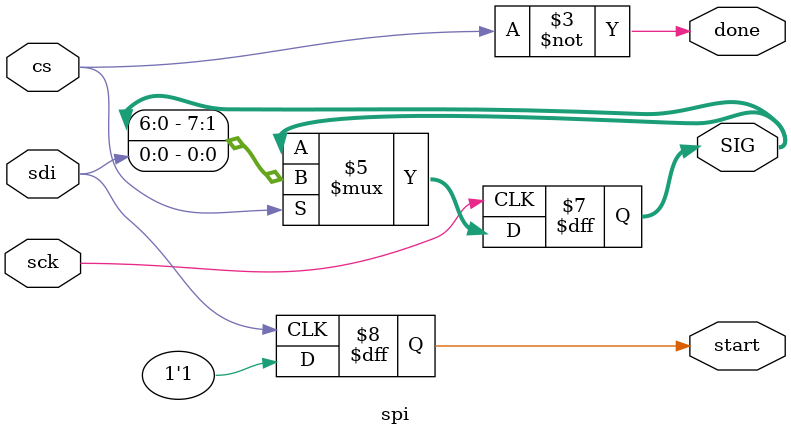
<source format=sv>
module spi(input  logic sck, 
            input  logic sdi,
            input  logic cs,
            output logic [7:0] SIG,
            output logic done,
			output logic start); //TODO change

               
	always@(posedge sdi)
		start = 1'b1;
		
    always_ff @(posedge sck)
        if (cs)  {SIG[7:0]} = {SIG[6:0], sdi};
        else           {SIG} = {SIG}; 

    assign done = ~cs;

endmodule
</source>
